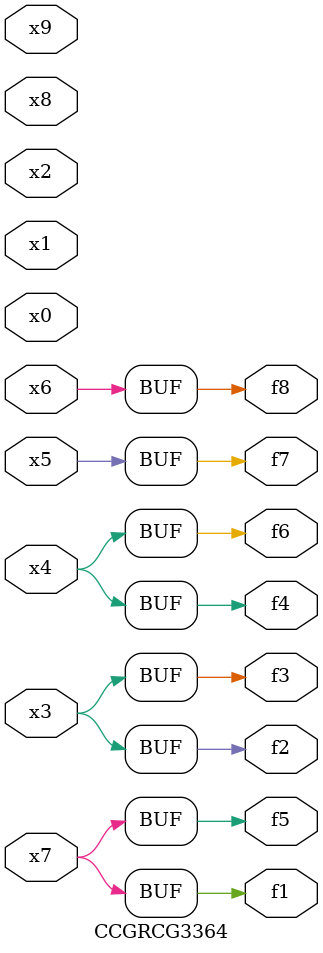
<source format=v>
module CCGRCG3364(
	input x0, x1, x2, x3, x4, x5, x6, x7, x8, x9,
	output f1, f2, f3, f4, f5, f6, f7, f8
);
	assign f1 = x7;
	assign f2 = x3;
	assign f3 = x3;
	assign f4 = x4;
	assign f5 = x7;
	assign f6 = x4;
	assign f7 = x5;
	assign f8 = x6;
endmodule

</source>
